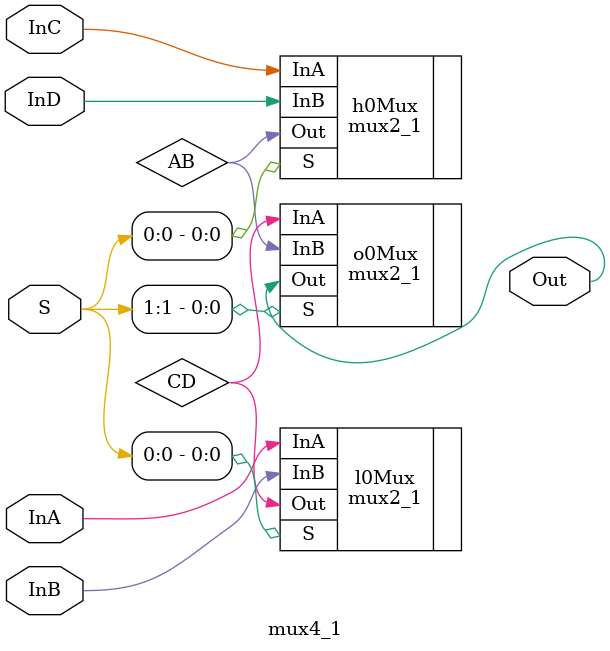
<source format=v>
module mux4_1(InA, InB, InC, InD, S, Out);
  
  input InA, InB, InC, InD;
  input [1:0] S;
  output wire Out;
  
  wire AB, CD;
  
  mux2_1 h0Mux(.InA(InC), .InB(InD), .S(S[0]), .Out(AB));
  mux2_1 l0Mux(.InA(InA), .InB(InB), .S(S[0]), .Out(CD));
  mux2_1 o0Mux(.InA(CD), .InB(AB), .S(S[1]), .Out(Out));
  
endmodule





</source>
